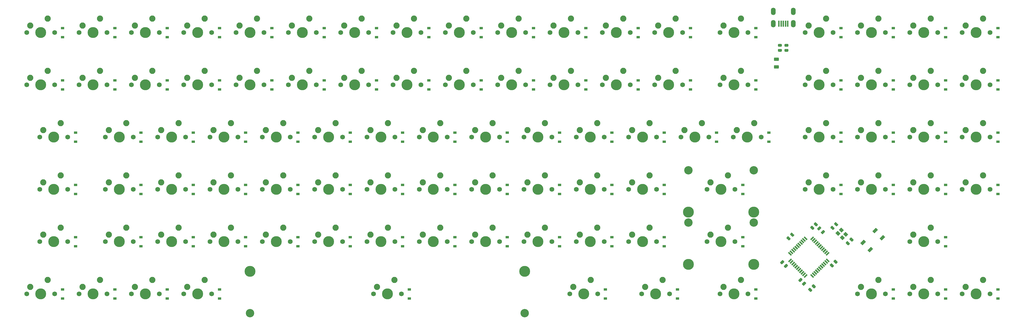
<source format=gbs>
%TF.GenerationSoftware,KiCad,Pcbnew,(5.1.9)-1*%
%TF.CreationDate,2021-04-11T04:13:24-04:00*%
%TF.ProjectId,Progenitor-Tenkey,50726f67-656e-4697-946f-722d54656e6b,rev?*%
%TF.SameCoordinates,Original*%
%TF.FileFunction,Soldermask,Bot*%
%TF.FilePolarity,Negative*%
%FSLAX46Y46*%
G04 Gerber Fmt 4.6, Leading zero omitted, Abs format (unit mm)*
G04 Created by KiCad (PCBNEW (5.1.9)-1) date 2021-04-11 04:13:24*
%MOMM*%
%LPD*%
G01*
G04 APERTURE LIST*
%ADD10C,0.100000*%
%ADD11O,1.700000X2.700000*%
%ADD12R,0.500000X2.250000*%
%ADD13C,2.250000*%
%ADD14C,3.987800*%
%ADD15C,1.750000*%
%ADD16C,3.048000*%
%ADD17R,1.200000X0.900000*%
G04 APERTURE END LIST*
D10*
%TO.C,U1*%
G36*
X362792940Y-322803298D02*
G01*
X363181848Y-323192206D01*
X362121188Y-324252866D01*
X361732280Y-323863958D01*
X362792940Y-322803298D01*
G37*
G36*
X363358626Y-323368983D02*
G01*
X363747534Y-323757891D01*
X362686874Y-324818551D01*
X362297966Y-324429643D01*
X363358626Y-323368983D01*
G37*
G36*
X363924311Y-323934668D02*
G01*
X364313219Y-324323576D01*
X363252559Y-325384236D01*
X362863651Y-324995328D01*
X363924311Y-323934668D01*
G37*
G36*
X364489996Y-324500354D02*
G01*
X364878904Y-324889262D01*
X363818244Y-325949922D01*
X363429336Y-325561014D01*
X364489996Y-324500354D01*
G37*
G36*
X365055682Y-325066039D02*
G01*
X365444590Y-325454947D01*
X364383930Y-326515607D01*
X363995022Y-326126699D01*
X365055682Y-325066039D01*
G37*
G36*
X365621367Y-325631725D02*
G01*
X366010275Y-326020633D01*
X364949615Y-327081293D01*
X364560707Y-326692385D01*
X365621367Y-325631725D01*
G37*
G36*
X366187053Y-326197410D02*
G01*
X366575961Y-326586318D01*
X365515301Y-327646978D01*
X365126393Y-327258070D01*
X366187053Y-326197410D01*
G37*
G36*
X366752738Y-326763096D02*
G01*
X367141646Y-327152004D01*
X366080986Y-328212664D01*
X365692078Y-327823756D01*
X366752738Y-326763096D01*
G37*
G36*
X367318424Y-327328781D02*
G01*
X367707332Y-327717689D01*
X366646672Y-328778349D01*
X366257764Y-328389441D01*
X367318424Y-327328781D01*
G37*
G36*
X367884109Y-327894466D02*
G01*
X368273017Y-328283374D01*
X367212357Y-329344034D01*
X366823449Y-328955126D01*
X367884109Y-327894466D01*
G37*
G36*
X368449794Y-328460152D02*
G01*
X368838702Y-328849060D01*
X367778042Y-329909720D01*
X367389134Y-329520812D01*
X368449794Y-328460152D01*
G37*
G36*
X369793298Y-328849060D02*
G01*
X370182206Y-328460152D01*
X371242866Y-329520812D01*
X370853958Y-329909720D01*
X369793298Y-328849060D01*
G37*
G36*
X370358983Y-328283374D02*
G01*
X370747891Y-327894466D01*
X371808551Y-328955126D01*
X371419643Y-329344034D01*
X370358983Y-328283374D01*
G37*
G36*
X370924668Y-327717689D02*
G01*
X371313576Y-327328781D01*
X372374236Y-328389441D01*
X371985328Y-328778349D01*
X370924668Y-327717689D01*
G37*
G36*
X371490354Y-327152004D02*
G01*
X371879262Y-326763096D01*
X372939922Y-327823756D01*
X372551014Y-328212664D01*
X371490354Y-327152004D01*
G37*
G36*
X372056039Y-326586318D02*
G01*
X372444947Y-326197410D01*
X373505607Y-327258070D01*
X373116699Y-327646978D01*
X372056039Y-326586318D01*
G37*
G36*
X372621725Y-326020633D02*
G01*
X373010633Y-325631725D01*
X374071293Y-326692385D01*
X373682385Y-327081293D01*
X372621725Y-326020633D01*
G37*
G36*
X373187410Y-325454947D02*
G01*
X373576318Y-325066039D01*
X374636978Y-326126699D01*
X374248070Y-326515607D01*
X373187410Y-325454947D01*
G37*
G36*
X373753096Y-324889262D02*
G01*
X374142004Y-324500354D01*
X375202664Y-325561014D01*
X374813756Y-325949922D01*
X373753096Y-324889262D01*
G37*
G36*
X374318781Y-324323576D02*
G01*
X374707689Y-323934668D01*
X375768349Y-324995328D01*
X375379441Y-325384236D01*
X374318781Y-324323576D01*
G37*
G36*
X374884466Y-323757891D02*
G01*
X375273374Y-323368983D01*
X376334034Y-324429643D01*
X375945126Y-324818551D01*
X374884466Y-323757891D01*
G37*
G36*
X375450152Y-323192206D02*
G01*
X375839060Y-322803298D01*
X376899720Y-323863958D01*
X376510812Y-324252866D01*
X375450152Y-323192206D01*
G37*
G36*
X376510812Y-320399134D02*
G01*
X376899720Y-320788042D01*
X375839060Y-321848702D01*
X375450152Y-321459794D01*
X376510812Y-320399134D01*
G37*
G36*
X375945126Y-319833449D02*
G01*
X376334034Y-320222357D01*
X375273374Y-321283017D01*
X374884466Y-320894109D01*
X375945126Y-319833449D01*
G37*
G36*
X375379441Y-319267764D02*
G01*
X375768349Y-319656672D01*
X374707689Y-320717332D01*
X374318781Y-320328424D01*
X375379441Y-319267764D01*
G37*
G36*
X374813756Y-318702078D02*
G01*
X375202664Y-319090986D01*
X374142004Y-320151646D01*
X373753096Y-319762738D01*
X374813756Y-318702078D01*
G37*
G36*
X374248070Y-318136393D02*
G01*
X374636978Y-318525301D01*
X373576318Y-319585961D01*
X373187410Y-319197053D01*
X374248070Y-318136393D01*
G37*
G36*
X373682385Y-317570707D02*
G01*
X374071293Y-317959615D01*
X373010633Y-319020275D01*
X372621725Y-318631367D01*
X373682385Y-317570707D01*
G37*
G36*
X373116699Y-317005022D02*
G01*
X373505607Y-317393930D01*
X372444947Y-318454590D01*
X372056039Y-318065682D01*
X373116699Y-317005022D01*
G37*
G36*
X372551014Y-316439336D02*
G01*
X372939922Y-316828244D01*
X371879262Y-317888904D01*
X371490354Y-317499996D01*
X372551014Y-316439336D01*
G37*
G36*
X371985328Y-315873651D02*
G01*
X372374236Y-316262559D01*
X371313576Y-317323219D01*
X370924668Y-316934311D01*
X371985328Y-315873651D01*
G37*
G36*
X371419643Y-315307966D02*
G01*
X371808551Y-315696874D01*
X370747891Y-316757534D01*
X370358983Y-316368626D01*
X371419643Y-315307966D01*
G37*
G36*
X370853958Y-314742280D02*
G01*
X371242866Y-315131188D01*
X370182206Y-316191848D01*
X369793298Y-315802940D01*
X370853958Y-314742280D01*
G37*
G36*
X367389134Y-315131188D02*
G01*
X367778042Y-314742280D01*
X368838702Y-315802940D01*
X368449794Y-316191848D01*
X367389134Y-315131188D01*
G37*
G36*
X366823449Y-315696874D02*
G01*
X367212357Y-315307966D01*
X368273017Y-316368626D01*
X367884109Y-316757534D01*
X366823449Y-315696874D01*
G37*
G36*
X366257764Y-316262559D02*
G01*
X366646672Y-315873651D01*
X367707332Y-316934311D01*
X367318424Y-317323219D01*
X366257764Y-316262559D01*
G37*
G36*
X365692078Y-316828244D02*
G01*
X366080986Y-316439336D01*
X367141646Y-317499996D01*
X366752738Y-317888904D01*
X365692078Y-316828244D01*
G37*
G36*
X365126393Y-317393930D02*
G01*
X365515301Y-317005022D01*
X366575961Y-318065682D01*
X366187053Y-318454590D01*
X365126393Y-317393930D01*
G37*
G36*
X364560707Y-317959615D02*
G01*
X364949615Y-317570707D01*
X366010275Y-318631367D01*
X365621367Y-319020275D01*
X364560707Y-317959615D01*
G37*
G36*
X363995022Y-318525301D02*
G01*
X364383930Y-318136393D01*
X365444590Y-319197053D01*
X365055682Y-319585961D01*
X363995022Y-318525301D01*
G37*
G36*
X363429336Y-319090986D02*
G01*
X363818244Y-318702078D01*
X364878904Y-319762738D01*
X364489996Y-320151646D01*
X363429336Y-319090986D01*
G37*
G36*
X362863651Y-319656672D02*
G01*
X363252559Y-319267764D01*
X364313219Y-320328424D01*
X363924311Y-320717332D01*
X362863651Y-319656672D01*
G37*
G36*
X362297966Y-320222357D02*
G01*
X362686874Y-319833449D01*
X363747534Y-320894109D01*
X363358626Y-321283017D01*
X362297966Y-320222357D01*
G37*
G36*
X361732280Y-320788042D02*
G01*
X362121188Y-320399134D01*
X363181848Y-321459794D01*
X362792940Y-321848702D01*
X361732280Y-320788042D01*
G37*
%TD*%
D11*
%TO.C,USB1*%
X356395000Y-232791000D03*
X363695000Y-232791000D03*
X363695000Y-237291000D03*
X356395000Y-237291000D03*
D12*
X358445000Y-237291000D03*
X359245000Y-237291000D03*
X360045000Y-237291000D03*
X360845000Y-237291000D03*
X361645000Y-237291000D03*
%TD*%
D13*
%TO.C,MX-RAL1*%
X289877500Y-330676250D03*
D14*
X287337500Y-335756250D03*
D13*
X283527500Y-333216250D03*
D15*
X282257500Y-335756250D03*
X292417500Y-335756250D03*
%TD*%
D13*
%TO.C,MX-RCT1*%
X344646250Y-330676250D03*
D14*
X342106250Y-335756250D03*
D13*
X338296250Y-333216250D03*
D15*
X337026250Y-335756250D03*
X347186250Y-335756250D03*
%TD*%
D13*
%TO.C,MX-F13*%
X177958750Y-292576250D03*
D14*
X175418750Y-297656250D03*
D13*
X171608750Y-295116250D03*
D15*
X170338750Y-297656250D03*
X180498750Y-297656250D03*
%TD*%
D10*
%TO.C,Y1*%
G36*
X383615597Y-314096238D02*
G01*
X382767069Y-314944766D01*
X381777119Y-313954816D01*
X382625647Y-313106288D01*
X383615597Y-314096238D01*
G37*
G36*
X382059962Y-312540603D02*
G01*
X381211434Y-313389131D01*
X380221484Y-312399181D01*
X381070012Y-311550653D01*
X382059962Y-312540603D01*
G37*
G36*
X380857881Y-313742684D02*
G01*
X380009353Y-314591212D01*
X379019403Y-313601262D01*
X379867931Y-312752734D01*
X380857881Y-313742684D01*
G37*
G36*
X382413516Y-315298319D02*
G01*
X381564988Y-316146847D01*
X380575038Y-315156897D01*
X381423566Y-314308369D01*
X382413516Y-315298319D01*
G37*
%TD*%
%TO.C,SW1*%
G36*
X396304666Y-314193812D02*
G01*
X397082484Y-314971630D01*
X395809692Y-316244422D01*
X395031874Y-315466604D01*
X396304666Y-314193812D01*
G37*
G36*
X389304308Y-315961578D02*
G01*
X390082126Y-316739396D01*
X388809334Y-318012188D01*
X388031516Y-317234370D01*
X389304308Y-315961578D01*
G37*
G36*
X393688370Y-311577516D02*
G01*
X394466188Y-312355334D01*
X393193396Y-313628126D01*
X392415578Y-312850308D01*
X393688370Y-311577516D01*
G37*
G36*
X391920604Y-318577874D02*
G01*
X392698422Y-319355692D01*
X391425630Y-320628484D01*
X390647812Y-319850666D01*
X391920604Y-318577874D01*
G37*
%TD*%
%TO.C,R4*%
G36*
G01*
X371060043Y-333664356D02*
X370423644Y-333027957D01*
G75*
G02*
X370423644Y-332674407I176775J176775D01*
G01*
X370794877Y-332303174D01*
G75*
G02*
X371148427Y-332303174I176775J-176775D01*
G01*
X371784826Y-332939573D01*
G75*
G02*
X371784826Y-333293123I-176775J-176775D01*
G01*
X371413593Y-333664356D01*
G75*
G02*
X371060043Y-333664356I-176775J176775D01*
G01*
G37*
G36*
G01*
X369769573Y-334954826D02*
X369133174Y-334318427D01*
G75*
G02*
X369133174Y-333964877I176775J176775D01*
G01*
X369504407Y-333593644D01*
G75*
G02*
X369857957Y-333593644I176775J-176775D01*
G01*
X370494356Y-334230043D01*
G75*
G02*
X370494356Y-334583593I-176775J-176775D01*
G01*
X370123123Y-334954826D01*
G75*
G02*
X369769573Y-334954826I-176775J176775D01*
G01*
G37*
%TD*%
%TO.C,R3*%
G36*
G01*
X370619957Y-310987644D02*
X371256356Y-311624043D01*
G75*
G02*
X371256356Y-311977593I-176775J-176775D01*
G01*
X370885123Y-312348826D01*
G75*
G02*
X370531573Y-312348826I-176775J176775D01*
G01*
X369895174Y-311712427D01*
G75*
G02*
X369895174Y-311358877I176775J176775D01*
G01*
X370266407Y-310987644D01*
G75*
G02*
X370619957Y-310987644I176775J-176775D01*
G01*
G37*
G36*
G01*
X371910427Y-309697174D02*
X372546826Y-310333573D01*
G75*
G02*
X372546826Y-310687123I-176775J-176775D01*
G01*
X372175593Y-311058356D01*
G75*
G02*
X371822043Y-311058356I-176775J176775D01*
G01*
X371185644Y-310421957D01*
G75*
G02*
X371185644Y-310068407I176775J176775D01*
G01*
X371556877Y-309697174D01*
G75*
G02*
X371910427Y-309697174I176775J-176775D01*
G01*
G37*
%TD*%
%TO.C,R2*%
G36*
G01*
X361606252Y-245662500D02*
X360706248Y-245662500D01*
G75*
G02*
X360456250Y-245412502I0J249998D01*
G01*
X360456250Y-244887498D01*
G75*
G02*
X360706248Y-244637500I249998J0D01*
G01*
X361606252Y-244637500D01*
G75*
G02*
X361856250Y-244887498I0J-249998D01*
G01*
X361856250Y-245412502D01*
G75*
G02*
X361606252Y-245662500I-249998J0D01*
G01*
G37*
G36*
G01*
X361606252Y-247487500D02*
X360706248Y-247487500D01*
G75*
G02*
X360456250Y-247237502I0J249998D01*
G01*
X360456250Y-246712498D01*
G75*
G02*
X360706248Y-246462500I249998J0D01*
G01*
X361606252Y-246462500D01*
G75*
G02*
X361856250Y-246712498I0J-249998D01*
G01*
X361856250Y-247237502D01*
G75*
G02*
X361606252Y-247487500I-249998J0D01*
G01*
G37*
%TD*%
%TO.C,R1*%
G36*
G01*
X359225002Y-245662500D02*
X358324998Y-245662500D01*
G75*
G02*
X358075000Y-245412502I0J249998D01*
G01*
X358075000Y-244887498D01*
G75*
G02*
X358324998Y-244637500I249998J0D01*
G01*
X359225002Y-244637500D01*
G75*
G02*
X359475000Y-244887498I0J-249998D01*
G01*
X359475000Y-245412502D01*
G75*
G02*
X359225002Y-245662500I-249998J0D01*
G01*
G37*
G36*
G01*
X359225002Y-247487500D02*
X358324998Y-247487500D01*
G75*
G02*
X358075000Y-247237502I0J249998D01*
G01*
X358075000Y-246712498D01*
G75*
G02*
X358324998Y-246462500I249998J0D01*
G01*
X359225002Y-246462500D01*
G75*
G02*
X359475000Y-246712498I0J-249998D01*
G01*
X359475000Y-247237502D01*
G75*
G02*
X359225002Y-247487500I-249998J0D01*
G01*
G37*
%TD*%
D13*
%TO.C,MX-Z1*%
X120808750Y-311626250D03*
D14*
X118268750Y-316706250D03*
D13*
X114458750Y-314166250D03*
D15*
X113188750Y-316706250D03*
X123348750Y-316706250D03*
%TD*%
D13*
%TO.C,MX-Y1*%
X216058750Y-273526250D03*
D14*
X213518750Y-278606250D03*
D13*
X209708750Y-276066250D03*
D15*
X208438750Y-278606250D03*
X218598750Y-278606250D03*
%TD*%
D13*
%TO.C,MX-X1*%
X139858750Y-311626250D03*
D14*
X137318750Y-316706250D03*
D13*
X133508750Y-314166250D03*
D15*
X132238750Y-316706250D03*
X142398750Y-316706250D03*
%TD*%
D13*
%TO.C,MX-WIN1*%
X130333750Y-330676250D03*
D14*
X127793750Y-335756250D03*
D13*
X123983750Y-333216250D03*
D15*
X122713750Y-335756250D03*
X132873750Y-335756250D03*
%TD*%
D13*
%TO.C,MX-W1*%
X139858750Y-273526250D03*
D14*
X137318750Y-278606250D03*
D13*
X133508750Y-276066250D03*
D15*
X132238750Y-278606250D03*
X142398750Y-278606250D03*
%TD*%
D13*
%TO.C,MX-V1*%
X177958750Y-311626250D03*
D14*
X175418750Y-316706250D03*
D13*
X171608750Y-314166250D03*
D15*
X170338750Y-316706250D03*
X180498750Y-316706250D03*
%TD*%
D13*
%TO.C,MX-UAR1*%
X413702500Y-311626250D03*
D14*
X411162500Y-316706250D03*
D13*
X407352500Y-314166250D03*
D15*
X406082500Y-316706250D03*
X416242500Y-316706250D03*
%TD*%
D13*
%TO.C,MX-U1*%
X235108750Y-273526250D03*
D14*
X232568750Y-278606250D03*
D13*
X228758750Y-276066250D03*
D15*
X227488750Y-278606250D03*
X237648750Y-278606250D03*
%TD*%
D13*
%TO.C,MX-TIL1*%
X92233750Y-254476250D03*
D14*
X89693750Y-259556250D03*
D13*
X85883750Y-257016250D03*
D15*
X84613750Y-259556250D03*
X94773750Y-259556250D03*
%TD*%
D13*
%TO.C,MX-TAB1*%
X96996250Y-273526250D03*
D14*
X94456250Y-278606250D03*
D13*
X90646250Y-276066250D03*
D15*
X89376250Y-278606250D03*
X99536250Y-278606250D03*
%TD*%
D13*
%TO.C,MX-T1*%
X197008750Y-273526250D03*
D14*
X194468750Y-278606250D03*
D13*
X190658750Y-276066250D03*
D15*
X189388750Y-278606250D03*
X199548750Y-278606250D03*
%TD*%
D13*
%TO.C,MX-SPA1*%
X218440000Y-330676250D03*
D14*
X215900000Y-335756250D03*
D13*
X212090000Y-333216250D03*
D15*
X210820000Y-335756250D03*
X220980000Y-335756250D03*
D16*
X165900100Y-342741250D03*
X265899900Y-342741250D03*
D14*
X165900100Y-327501250D03*
X265899900Y-327501250D03*
%TD*%
D13*
%TO.C,MX-S1*%
X139858750Y-292576250D03*
D14*
X137318750Y-297656250D03*
D13*
X133508750Y-295116250D03*
D15*
X132238750Y-297656250D03*
X142398750Y-297656250D03*
%TD*%
D13*
%TO.C,MX-RSH1*%
X339883750Y-311626250D03*
D14*
X337343750Y-316706250D03*
D13*
X333533750Y-314166250D03*
D15*
X332263750Y-316706250D03*
X342423750Y-316706250D03*
D16*
X325437500Y-309721250D03*
X349250000Y-309721250D03*
D14*
X325437500Y-324961250D03*
X349250000Y-324961250D03*
%TD*%
D13*
%TO.C,MX-RBR1*%
X330358750Y-273526250D03*
D14*
X327818750Y-278606250D03*
D13*
X324008750Y-276066250D03*
D15*
X322738750Y-278606250D03*
X332898750Y-278606250D03*
%TD*%
D13*
%TO.C,MX-RAR1*%
X432752500Y-330676250D03*
D14*
X430212500Y-335756250D03*
D13*
X426402500Y-333216250D03*
D15*
X425132500Y-335756250D03*
X435292500Y-335756250D03*
%TD*%
D13*
%TO.C,MX-R1*%
X177958750Y-273526250D03*
D14*
X175418750Y-278606250D03*
D13*
X171608750Y-276066250D03*
D15*
X170338750Y-278606250D03*
X180498750Y-278606250D03*
%TD*%
D13*
%TO.C,MX-QUO1*%
X311308750Y-292576250D03*
D14*
X308768750Y-297656250D03*
D13*
X304958750Y-295116250D03*
D15*
X303688750Y-297656250D03*
X313848750Y-297656250D03*
%TD*%
D13*
%TO.C,MX-QUE1*%
X292258750Y-311626250D03*
D14*
X289718750Y-316706250D03*
D13*
X285908750Y-314166250D03*
D15*
X284638750Y-316706250D03*
X294798750Y-316706250D03*
%TD*%
D13*
%TO.C,MX-Q1*%
X120808750Y-273526250D03*
D14*
X118268750Y-278606250D03*
D13*
X114458750Y-276066250D03*
D15*
X113188750Y-278606250D03*
X123348750Y-278606250D03*
%TD*%
D13*
%TO.C,MX-PRT1*%
X316071250Y-330676250D03*
D14*
X313531250Y-335756250D03*
D13*
X309721250Y-333216250D03*
D15*
X308451250Y-335756250D03*
X318611250Y-335756250D03*
%TD*%
D13*
%TO.C,MX-PLU1*%
X320833750Y-254476250D03*
D14*
X318293750Y-259556250D03*
D13*
X314483750Y-257016250D03*
D15*
X313213750Y-259556250D03*
X323373750Y-259556250D03*
%TD*%
D13*
%TO.C,MX-P1*%
X292258750Y-273526250D03*
D14*
X289718750Y-278606250D03*
D13*
X285908750Y-276066250D03*
D15*
X284638750Y-278606250D03*
X294798750Y-278606250D03*
%TD*%
D13*
%TO.C,MX-O1*%
X273208750Y-273526250D03*
D14*
X270668750Y-278606250D03*
D13*
X266858750Y-276066250D03*
D15*
X265588750Y-278606250D03*
X275748750Y-278606250D03*
%TD*%
D13*
%TO.C,MX-NUM1*%
X375602500Y-292576250D03*
D14*
X373062500Y-297656250D03*
D13*
X369252500Y-295116250D03*
D15*
X367982500Y-297656250D03*
X378142500Y-297656250D03*
%TD*%
D13*
%TO.C,MX-NSL1*%
X432752500Y-235426250D03*
D14*
X430212500Y-240506250D03*
D13*
X426402500Y-237966250D03*
D15*
X425132500Y-240506250D03*
X435292500Y-240506250D03*
%TD*%
D13*
%TO.C,MX-NPL1*%
X432752500Y-292576250D03*
D14*
X430212500Y-297656250D03*
D13*
X426402500Y-295116250D03*
D15*
X425132500Y-297656250D03*
X435292500Y-297656250D03*
%TD*%
D13*
%TO.C,MX-NDE1*%
X413702500Y-292576250D03*
D14*
X411162500Y-297656250D03*
D13*
X407352500Y-295116250D03*
D15*
X406082500Y-297656250D03*
X416242500Y-297656250D03*
%TD*%
D13*
%TO.C,MX-NDA1*%
X432752500Y-273526250D03*
D14*
X430212500Y-278606250D03*
D13*
X426402500Y-276066250D03*
D15*
X425132500Y-278606250D03*
X435292500Y-278606250D03*
%TD*%
D13*
%TO.C,MX-NAS1*%
X432752500Y-254476250D03*
D14*
X430212500Y-259556250D03*
D13*
X426402500Y-257016250D03*
D15*
X425132500Y-259556250D03*
X435292500Y-259556250D03*
%TD*%
D13*
%TO.C,MX-N10*%
X216058750Y-311626250D03*
D14*
X213518750Y-316706250D03*
D13*
X209708750Y-314166250D03*
D15*
X208438750Y-316706250D03*
X218598750Y-316706250D03*
%TD*%
D13*
%TO.C,MX-N9*%
X413702500Y-235426250D03*
D14*
X411162500Y-240506250D03*
D13*
X407352500Y-237966250D03*
D15*
X406082500Y-240506250D03*
X416242500Y-240506250D03*
%TD*%
D13*
%TO.C,MX-N8*%
X394652500Y-235426250D03*
D14*
X392112500Y-240506250D03*
D13*
X388302500Y-237966250D03*
D15*
X387032500Y-240506250D03*
X397192500Y-240506250D03*
%TD*%
D13*
%TO.C,MX-N7*%
X375602500Y-235426250D03*
D14*
X373062500Y-240506250D03*
D13*
X369252500Y-237966250D03*
D15*
X367982500Y-240506250D03*
X378142500Y-240506250D03*
%TD*%
D13*
%TO.C,MX-N6*%
X413702500Y-254476250D03*
D14*
X411162500Y-259556250D03*
D13*
X407352500Y-257016250D03*
D15*
X406082500Y-259556250D03*
X416242500Y-259556250D03*
%TD*%
D13*
%TO.C,MX-N5*%
X394652500Y-254476250D03*
D14*
X392112500Y-259556250D03*
D13*
X388302500Y-257016250D03*
D15*
X387032500Y-259556250D03*
X397192500Y-259556250D03*
%TD*%
D13*
%TO.C,MX-N4*%
X375602500Y-254476250D03*
D14*
X373062500Y-259556250D03*
D13*
X369252500Y-257016250D03*
D15*
X367982500Y-259556250D03*
X378142500Y-259556250D03*
%TD*%
D13*
%TO.C,MX-N3*%
X413702500Y-273526250D03*
D14*
X411162500Y-278606250D03*
D13*
X407352500Y-276066250D03*
D15*
X406082500Y-278606250D03*
X416242500Y-278606250D03*
%TD*%
D13*
%TO.C,MX-N2*%
X394652500Y-273526250D03*
D14*
X392112500Y-278606250D03*
D13*
X388302500Y-276066250D03*
D15*
X387032500Y-278606250D03*
X397192500Y-278606250D03*
%TD*%
D13*
%TO.C,MX-N1*%
X375602500Y-273526250D03*
D14*
X373062500Y-278606250D03*
D13*
X369252500Y-276066250D03*
D15*
X367982500Y-278606250D03*
X378142500Y-278606250D03*
%TD*%
D13*
%TO.C,MX-N0*%
X394652500Y-292576250D03*
D14*
X392112500Y-297656250D03*
D13*
X388302500Y-295116250D03*
D15*
X387032500Y-297656250D03*
X397192500Y-297656250D03*
%TD*%
D13*
%TO.C,MX-M1*%
X235108750Y-311626250D03*
D14*
X232568750Y-316706250D03*
D13*
X228758750Y-314166250D03*
D15*
X227488750Y-316706250D03*
X237648750Y-316706250D03*
%TD*%
D13*
%TO.C,MX-LSH1*%
X96996250Y-311626250D03*
D14*
X94456250Y-316706250D03*
D13*
X90646250Y-314166250D03*
D15*
X89376250Y-316706250D03*
X99536250Y-316706250D03*
%TD*%
D13*
%TO.C,MX-LFN1*%
X111283750Y-330676250D03*
D14*
X108743750Y-335756250D03*
D13*
X104933750Y-333216250D03*
D15*
X103663750Y-335756250D03*
X113823750Y-335756250D03*
%TD*%
D13*
%TO.C,MX-LES1*%
X254158750Y-311626250D03*
D14*
X251618750Y-316706250D03*
D13*
X247808750Y-314166250D03*
D15*
X246538750Y-316706250D03*
X256698750Y-316706250D03*
%TD*%
D13*
%TO.C,MX-LCT1*%
X92233750Y-330676250D03*
D14*
X89693750Y-335756250D03*
D13*
X85883750Y-333216250D03*
D15*
X84613750Y-335756250D03*
X94773750Y-335756250D03*
%TD*%
D13*
%TO.C,MX-LBR1*%
X311308750Y-273526250D03*
D14*
X308768750Y-278606250D03*
D13*
X304958750Y-276066250D03*
D15*
X303688750Y-278606250D03*
X313848750Y-278606250D03*
%TD*%
D13*
%TO.C,MX-LAR1*%
X394652500Y-330676250D03*
D14*
X392112500Y-335756250D03*
D13*
X388302500Y-333216250D03*
D15*
X387032500Y-335756250D03*
X397192500Y-335756250D03*
%TD*%
D13*
%TO.C,MX-LAL1*%
X149383750Y-330676250D03*
D14*
X146843750Y-335756250D03*
D13*
X143033750Y-333216250D03*
D15*
X141763750Y-335756250D03*
X151923750Y-335756250D03*
%TD*%
D13*
%TO.C,MX-L1*%
X273208750Y-292576250D03*
D14*
X270668750Y-297656250D03*
D13*
X266858750Y-295116250D03*
D15*
X265588750Y-297656250D03*
X275748750Y-297656250D03*
%TD*%
D13*
%TO.C,MX-K1*%
X254158750Y-292576250D03*
D14*
X251618750Y-297656250D03*
D13*
X247808750Y-295116250D03*
D15*
X246538750Y-297656250D03*
X256698750Y-297656250D03*
%TD*%
D13*
%TO.C,MX-J1*%
X235108750Y-292576250D03*
D14*
X232568750Y-297656250D03*
D13*
X228758750Y-295116250D03*
D15*
X227488750Y-297656250D03*
X237648750Y-297656250D03*
%TD*%
D13*
%TO.C,MX-I1*%
X254158750Y-273526250D03*
D14*
X251618750Y-278606250D03*
D13*
X247808750Y-276066250D03*
D15*
X246538750Y-278606250D03*
X256698750Y-278606250D03*
%TD*%
D13*
%TO.C,MX-H1*%
X216058750Y-292576250D03*
D14*
X213518750Y-297656250D03*
D13*
X209708750Y-295116250D03*
D15*
X208438750Y-297656250D03*
X218598750Y-297656250D03*
%TD*%
D13*
%TO.C,MX-GRE1*%
X273208750Y-311626250D03*
D14*
X270668750Y-316706250D03*
D13*
X266858750Y-314166250D03*
D15*
X265588750Y-316706250D03*
X275748750Y-316706250D03*
%TD*%
D13*
%TO.C,MX-G1*%
X197008750Y-292576250D03*
D14*
X194468750Y-297656250D03*
D13*
X190658750Y-295116250D03*
D15*
X189388750Y-297656250D03*
X199548750Y-297656250D03*
%TD*%
D13*
%TO.C,MX-FSL1*%
X349408750Y-273526250D03*
D14*
X346868750Y-278606250D03*
D13*
X343058750Y-276066250D03*
D15*
X341788750Y-278606250D03*
X351948750Y-278606250D03*
%TD*%
D13*
%TO.C,MX-F12*%
X320833750Y-235426250D03*
D14*
X318293750Y-240506250D03*
D13*
X314483750Y-237966250D03*
D15*
X313213750Y-240506250D03*
X323373750Y-240506250D03*
%TD*%
D13*
%TO.C,MX-F11*%
X301783750Y-235426250D03*
D14*
X299243750Y-240506250D03*
D13*
X295433750Y-237966250D03*
D15*
X294163750Y-240506250D03*
X304323750Y-240506250D03*
%TD*%
D13*
%TO.C,MX-F10*%
X282733750Y-235426250D03*
D14*
X280193750Y-240506250D03*
D13*
X276383750Y-237966250D03*
D15*
X275113750Y-240506250D03*
X285273750Y-240506250D03*
%TD*%
D13*
%TO.C,MX-F9*%
X263683750Y-235426250D03*
D14*
X261143750Y-240506250D03*
D13*
X257333750Y-237966250D03*
D15*
X256063750Y-240506250D03*
X266223750Y-240506250D03*
%TD*%
D13*
%TO.C,MX-F8*%
X244633750Y-235426250D03*
D14*
X242093750Y-240506250D03*
D13*
X238283750Y-237966250D03*
D15*
X237013750Y-240506250D03*
X247173750Y-240506250D03*
%TD*%
D13*
%TO.C,MX-F7*%
X225583750Y-235426250D03*
D14*
X223043750Y-240506250D03*
D13*
X219233750Y-237966250D03*
D15*
X217963750Y-240506250D03*
X228123750Y-240506250D03*
%TD*%
D13*
%TO.C,MX-F6*%
X206533750Y-235426250D03*
D14*
X203993750Y-240506250D03*
D13*
X200183750Y-237966250D03*
D15*
X198913750Y-240506250D03*
X209073750Y-240506250D03*
%TD*%
D13*
%TO.C,MX-F5*%
X187483750Y-235426250D03*
D14*
X184943750Y-240506250D03*
D13*
X181133750Y-237966250D03*
D15*
X179863750Y-240506250D03*
X190023750Y-240506250D03*
%TD*%
D13*
%TO.C,MX-F4*%
X168433750Y-235426250D03*
D14*
X165893750Y-240506250D03*
D13*
X162083750Y-237966250D03*
D15*
X160813750Y-240506250D03*
X170973750Y-240506250D03*
%TD*%
D13*
%TO.C,MX-F3*%
X149383750Y-235426250D03*
D14*
X146843750Y-240506250D03*
D13*
X143033750Y-237966250D03*
D15*
X141763750Y-240506250D03*
X151923750Y-240506250D03*
%TD*%
D13*
%TO.C,MX-F2*%
X130333750Y-235426250D03*
D14*
X127793750Y-240506250D03*
D13*
X123983750Y-237966250D03*
D15*
X122713750Y-240506250D03*
X132873750Y-240506250D03*
%TD*%
D13*
%TO.C,MX-F1*%
X111283750Y-235426250D03*
D14*
X108743750Y-240506250D03*
D13*
X104933750Y-237966250D03*
D15*
X103663750Y-240506250D03*
X113823750Y-240506250D03*
%TD*%
D13*
%TO.C,MX-ESC1*%
X92233750Y-235426250D03*
D14*
X89693750Y-240506250D03*
D13*
X85883750Y-237966250D03*
D15*
X84613750Y-240506250D03*
X94773750Y-240506250D03*
%TD*%
D13*
%TO.C,MX-ENT1*%
X339883750Y-292576250D03*
D14*
X337343750Y-297656250D03*
D13*
X333533750Y-295116250D03*
D15*
X332263750Y-297656250D03*
X342423750Y-297656250D03*
D16*
X325437500Y-290671250D03*
X349250000Y-290671250D03*
D14*
X325437500Y-305911250D03*
X349250000Y-305911250D03*
%TD*%
D13*
%TO.C,MX-E1*%
X158908750Y-273526250D03*
D14*
X156368750Y-278606250D03*
D13*
X152558750Y-276066250D03*
D15*
X151288750Y-278606250D03*
X161448750Y-278606250D03*
%TD*%
D13*
%TO.C,MX-DEL1*%
X344646250Y-235426250D03*
D14*
X342106250Y-240506250D03*
D13*
X338296250Y-237966250D03*
D15*
X337026250Y-240506250D03*
X347186250Y-240506250D03*
%TD*%
D13*
%TO.C,MX-DAS1*%
X301783750Y-254476250D03*
D14*
X299243750Y-259556250D03*
D13*
X295433750Y-257016250D03*
D15*
X294163750Y-259556250D03*
X304323750Y-259556250D03*
%TD*%
D13*
%TO.C,MX-DAR1*%
X413702500Y-330676250D03*
D14*
X411162500Y-335756250D03*
D13*
X407352500Y-333216250D03*
D15*
X406082500Y-335756250D03*
X416242500Y-335756250D03*
%TD*%
D13*
%TO.C,MX-D1*%
X158908750Y-292576250D03*
D14*
X156368750Y-297656250D03*
D13*
X152558750Y-295116250D03*
D15*
X151288750Y-297656250D03*
X161448750Y-297656250D03*
%TD*%
D13*
%TO.C,MX-CUR1*%
X311308750Y-311626250D03*
D14*
X308768750Y-316706250D03*
D13*
X304958750Y-314166250D03*
D15*
X303688750Y-316706250D03*
X313848750Y-316706250D03*
%TD*%
D13*
%TO.C,MX-COL1*%
X292258750Y-292576250D03*
D14*
X289718750Y-297656250D03*
D13*
X285908750Y-295116250D03*
D15*
X284638750Y-297656250D03*
X294798750Y-297656250D03*
%TD*%
D13*
%TO.C,MX-CAP1*%
X96996250Y-292576250D03*
D14*
X94456250Y-297656250D03*
D13*
X90646250Y-295116250D03*
D15*
X89376250Y-297656250D03*
X99536250Y-297656250D03*
%TD*%
D13*
%TO.C,MX-C1*%
X158908750Y-311626250D03*
D14*
X156368750Y-316706250D03*
D13*
X152558750Y-314166250D03*
D15*
X151288750Y-316706250D03*
X161448750Y-316706250D03*
%TD*%
D13*
%TO.C,MX-BAC1*%
X344646250Y-254476250D03*
D14*
X342106250Y-259556250D03*
D13*
X338296250Y-257016250D03*
D15*
X337026250Y-259556250D03*
X347186250Y-259556250D03*
%TD*%
D13*
%TO.C,MX-B1*%
X197008750Y-311626250D03*
D14*
X194468750Y-316706250D03*
D13*
X190658750Y-314166250D03*
D15*
X189388750Y-316706250D03*
X199548750Y-316706250D03*
%TD*%
D13*
%TO.C,MX-A1*%
X120808750Y-292576250D03*
D14*
X118268750Y-297656250D03*
D13*
X114458750Y-295116250D03*
D15*
X113188750Y-297656250D03*
X123348750Y-297656250D03*
%TD*%
D13*
%TO.C,MX-9*%
X263683750Y-254476250D03*
D14*
X261143750Y-259556250D03*
D13*
X257333750Y-257016250D03*
D15*
X256063750Y-259556250D03*
X266223750Y-259556250D03*
%TD*%
D13*
%TO.C,MX-8*%
X244633750Y-254476250D03*
D14*
X242093750Y-259556250D03*
D13*
X238283750Y-257016250D03*
D15*
X237013750Y-259556250D03*
X247173750Y-259556250D03*
%TD*%
D13*
%TO.C,MX-7*%
X225583750Y-254476250D03*
D14*
X223043750Y-259556250D03*
D13*
X219233750Y-257016250D03*
D15*
X217963750Y-259556250D03*
X228123750Y-259556250D03*
%TD*%
D13*
%TO.C,MX-6*%
X206533750Y-254476250D03*
D14*
X203993750Y-259556250D03*
D13*
X200183750Y-257016250D03*
D15*
X198913750Y-259556250D03*
X209073750Y-259556250D03*
%TD*%
D13*
%TO.C,MX-5*%
X187483750Y-254476250D03*
D14*
X184943750Y-259556250D03*
D13*
X181133750Y-257016250D03*
D15*
X179863750Y-259556250D03*
X190023750Y-259556250D03*
%TD*%
D13*
%TO.C,MX-4*%
X168433750Y-254476250D03*
D14*
X165893750Y-259556250D03*
D13*
X162083750Y-257016250D03*
D15*
X160813750Y-259556250D03*
X170973750Y-259556250D03*
%TD*%
D13*
%TO.C,MX-3*%
X149383750Y-254476250D03*
D14*
X146843750Y-259556250D03*
D13*
X143033750Y-257016250D03*
D15*
X141763750Y-259556250D03*
X151923750Y-259556250D03*
%TD*%
D13*
%TO.C,MX-2*%
X130333750Y-254476250D03*
D14*
X127793750Y-259556250D03*
D13*
X123983750Y-257016250D03*
D15*
X122713750Y-259556250D03*
X132873750Y-259556250D03*
%TD*%
D13*
%TO.C,MX-1*%
X111283750Y-254476250D03*
D14*
X108743750Y-259556250D03*
D13*
X104933750Y-257016250D03*
D15*
X103663750Y-259556250D03*
X113823750Y-259556250D03*
%TD*%
D13*
%TO.C,MX-0*%
X282733750Y-254476250D03*
D14*
X280193750Y-259556250D03*
D13*
X276383750Y-257016250D03*
D15*
X275113750Y-259556250D03*
X285273750Y-259556250D03*
%TD*%
%TO.C,F1*%
G36*
G01*
X358130000Y-250843750D02*
X356880000Y-250843750D01*
G75*
G02*
X356630000Y-250593750I0J250000D01*
G01*
X356630000Y-249843750D01*
G75*
G02*
X356880000Y-249593750I250000J0D01*
G01*
X358130000Y-249593750D01*
G75*
G02*
X358380000Y-249843750I0J-250000D01*
G01*
X358380000Y-250593750D01*
G75*
G02*
X358130000Y-250843750I-250000J0D01*
G01*
G37*
G36*
G01*
X358130000Y-253643750D02*
X356880000Y-253643750D01*
G75*
G02*
X356630000Y-253393750I0J250000D01*
G01*
X356630000Y-252643750D01*
G75*
G02*
X356880000Y-252393750I250000J0D01*
G01*
X358130000Y-252393750D01*
G75*
G02*
X358380000Y-252643750I0J-250000D01*
G01*
X358380000Y-253393750D01*
G75*
G02*
X358130000Y-253643750I-250000J0D01*
G01*
G37*
%TD*%
D17*
%TO.C,D96*%
X438150000Y-334106250D03*
X438150000Y-337406250D03*
%TD*%
%TO.C,D95*%
X438150000Y-296006250D03*
X438150000Y-299306250D03*
%TD*%
%TO.C,D94*%
X438150000Y-276956250D03*
X438150000Y-280256250D03*
%TD*%
%TO.C,D93*%
X438150000Y-257906250D03*
X438150000Y-261206250D03*
%TD*%
%TO.C,D92*%
X438150000Y-238856250D03*
X438150000Y-242156250D03*
%TD*%
%TO.C,D91*%
X419100000Y-334106250D03*
X419100000Y-337406250D03*
%TD*%
%TO.C,D90*%
X419100000Y-315056250D03*
X419100000Y-318356250D03*
%TD*%
%TO.C,D89*%
X419100000Y-296006250D03*
X419100000Y-299306250D03*
%TD*%
%TO.C,D88*%
X419100000Y-276956250D03*
X419100000Y-280256250D03*
%TD*%
%TO.C,D87*%
X419100000Y-257906250D03*
X419100000Y-261206250D03*
%TD*%
%TO.C,D86*%
X419100000Y-238856250D03*
X419100000Y-242156250D03*
%TD*%
%TO.C,D85*%
X400050000Y-334106250D03*
X400050000Y-337406250D03*
%TD*%
%TO.C,D84*%
X400050000Y-296006250D03*
X400050000Y-299306250D03*
%TD*%
%TO.C,D83*%
X400050000Y-276956250D03*
X400050000Y-280256250D03*
%TD*%
%TO.C,D82*%
X400050000Y-257906250D03*
X400050000Y-261206250D03*
%TD*%
%TO.C,D81*%
X400050000Y-238856250D03*
X400050000Y-242156250D03*
%TD*%
%TO.C,D80*%
X381000000Y-296006250D03*
X381000000Y-299306250D03*
%TD*%
%TO.C,D79*%
X381000000Y-276956250D03*
X381000000Y-280256250D03*
%TD*%
%TO.C,D78*%
X381000000Y-257906250D03*
X381000000Y-261206250D03*
%TD*%
%TO.C,D77*%
X381000000Y-238856250D03*
X381000000Y-242156250D03*
%TD*%
%TO.C,D76*%
X350043750Y-334106250D03*
X350043750Y-337406250D03*
%TD*%
%TO.C,D75*%
X345281250Y-315056250D03*
X345281250Y-318356250D03*
%TD*%
%TO.C,D74*%
X345281250Y-296006250D03*
X345281250Y-299306250D03*
%TD*%
%TO.C,D73*%
X354806250Y-276956250D03*
X354806250Y-280256250D03*
%TD*%
%TO.C,D72*%
X350043750Y-257906250D03*
X350043750Y-261206250D03*
%TD*%
%TO.C,D71*%
X350043750Y-238856250D03*
X350043750Y-242156250D03*
%TD*%
%TO.C,D70*%
X316706250Y-315056250D03*
X316706250Y-318356250D03*
%TD*%
%TO.C,D69*%
X297656250Y-315056250D03*
X297656250Y-318356250D03*
%TD*%
%TO.C,D68*%
X316706250Y-296006250D03*
X316706250Y-299306250D03*
%TD*%
%TO.C,D67*%
X335756250Y-276956250D03*
X335756250Y-280256250D03*
%TD*%
%TO.C,D66*%
X326231250Y-257906250D03*
X326231250Y-261206250D03*
%TD*%
%TO.C,D65*%
X326231250Y-238856250D03*
X326231250Y-242156250D03*
%TD*%
%TO.C,D64*%
X321468750Y-334106250D03*
X321468750Y-337406250D03*
%TD*%
%TO.C,D63*%
X278606250Y-315056250D03*
X278606250Y-318356250D03*
%TD*%
%TO.C,D62*%
X297656250Y-296006250D03*
X297656250Y-299306250D03*
%TD*%
%TO.C,D61*%
X316706250Y-276956250D03*
X316706250Y-280256250D03*
%TD*%
%TO.C,D60*%
X307181250Y-257906250D03*
X307181250Y-261206250D03*
%TD*%
%TO.C,D59*%
X307181250Y-238856250D03*
X307181250Y-242156250D03*
%TD*%
%TO.C,D58*%
X295275000Y-334106250D03*
X295275000Y-337406250D03*
%TD*%
%TO.C,D57*%
X259556250Y-315056250D03*
X259556250Y-318356250D03*
%TD*%
%TO.C,D56*%
X278606250Y-296006250D03*
X278606250Y-299306250D03*
%TD*%
%TO.C,D55*%
X297656250Y-276956250D03*
X297656250Y-280256250D03*
%TD*%
%TO.C,D54*%
X288131250Y-257906250D03*
X288131250Y-261206250D03*
%TD*%
%TO.C,D53*%
X288131250Y-238856250D03*
X288131250Y-242156250D03*
%TD*%
%TO.C,D52*%
X240506250Y-315056250D03*
X240506250Y-318356250D03*
%TD*%
%TO.C,D51*%
X259556250Y-296006250D03*
X259556250Y-299306250D03*
%TD*%
%TO.C,D50*%
X278606250Y-276956250D03*
X278606250Y-280256250D03*
%TD*%
%TO.C,D49*%
X269081250Y-257906250D03*
X269081250Y-261206250D03*
%TD*%
%TO.C,D48*%
X269081250Y-238856250D03*
X269081250Y-242156250D03*
%TD*%
%TO.C,D47*%
X221456250Y-315056250D03*
X221456250Y-318356250D03*
%TD*%
%TO.C,D46*%
X240506250Y-296006250D03*
X240506250Y-299306250D03*
%TD*%
%TO.C,D45*%
X259556250Y-276956250D03*
X259556250Y-280256250D03*
%TD*%
%TO.C,D44*%
X250031250Y-257906250D03*
X250031250Y-261206250D03*
%TD*%
%TO.C,D43*%
X250031250Y-238856250D03*
X250031250Y-242156250D03*
%TD*%
%TO.C,D42*%
X223837500Y-334106250D03*
X223837500Y-337406250D03*
%TD*%
%TO.C,D41*%
X202406250Y-315056250D03*
X202406250Y-318356250D03*
%TD*%
%TO.C,D40*%
X221456250Y-296006250D03*
X221456250Y-299306250D03*
%TD*%
%TO.C,D39*%
X240506250Y-276956250D03*
X240506250Y-280256250D03*
%TD*%
%TO.C,D38*%
X230981250Y-257906250D03*
X230981250Y-261206250D03*
%TD*%
%TO.C,D37*%
X230981250Y-238856250D03*
X230981250Y-242156250D03*
%TD*%
%TO.C,D36*%
X183356250Y-315056250D03*
X183356250Y-318356250D03*
%TD*%
%TO.C,D35*%
X202406250Y-296006250D03*
X202406250Y-299306250D03*
%TD*%
%TO.C,D34*%
X221456250Y-276956250D03*
X221456250Y-280256250D03*
%TD*%
%TO.C,D33*%
X211931250Y-257906250D03*
X211931250Y-261206250D03*
%TD*%
%TO.C,D32*%
X211931250Y-238856250D03*
X211931250Y-242156250D03*
%TD*%
%TO.C,D31*%
X164306250Y-315056250D03*
X164306250Y-318356250D03*
%TD*%
%TO.C,D30*%
X183356250Y-296006250D03*
X183356250Y-299306250D03*
%TD*%
%TO.C,D29*%
X202406250Y-276956250D03*
X202406250Y-280256250D03*
%TD*%
%TO.C,D28*%
X192881250Y-257906250D03*
X192881250Y-261206250D03*
%TD*%
%TO.C,D27*%
X192881250Y-238856250D03*
X192881250Y-242156250D03*
%TD*%
%TO.C,D26*%
X145256250Y-315056250D03*
X145256250Y-318356250D03*
%TD*%
%TO.C,D25*%
X164306250Y-296006250D03*
X164306250Y-299306250D03*
%TD*%
%TO.C,D24*%
X183356250Y-276956250D03*
X183356250Y-280256250D03*
%TD*%
%TO.C,D23*%
X173831250Y-257906250D03*
X173831250Y-261206250D03*
%TD*%
%TO.C,D22*%
X173831250Y-238856250D03*
X173831250Y-242156250D03*
%TD*%
%TO.C,D21*%
X154781250Y-334106250D03*
X154781250Y-337406250D03*
%TD*%
%TO.C,D20*%
X126206250Y-315056250D03*
X126206250Y-318356250D03*
%TD*%
%TO.C,D19*%
X145256250Y-296006250D03*
X145256250Y-299306250D03*
%TD*%
%TO.C,D18*%
X164306250Y-276956250D03*
X164306250Y-280256250D03*
%TD*%
%TO.C,D17*%
X154781250Y-257906250D03*
X154781250Y-261206250D03*
%TD*%
%TO.C,D16*%
X154781250Y-238856250D03*
X154781250Y-242156250D03*
%TD*%
%TO.C,D15*%
X135731250Y-334106250D03*
X135731250Y-337406250D03*
%TD*%
%TO.C,D14*%
X126206250Y-296006250D03*
X126206250Y-299306250D03*
%TD*%
%TO.C,D13*%
X145256250Y-276956250D03*
X145256250Y-280256250D03*
%TD*%
%TO.C,D12*%
X135731250Y-257906250D03*
X135731250Y-261206250D03*
%TD*%
%TO.C,D11*%
X135731250Y-238856250D03*
X135731250Y-242156250D03*
%TD*%
%TO.C,D10*%
X116681250Y-334106250D03*
X116681250Y-337406250D03*
%TD*%
%TO.C,D9*%
X126206250Y-276956250D03*
X126206250Y-280256250D03*
%TD*%
%TO.C,D8*%
X116681250Y-257906250D03*
X116681250Y-261206250D03*
%TD*%
%TO.C,D7*%
X116681250Y-238856250D03*
X116681250Y-242156250D03*
%TD*%
%TO.C,D6*%
X97631250Y-334106250D03*
X97631250Y-337406250D03*
%TD*%
%TO.C,D5*%
X102393750Y-315056250D03*
X102393750Y-318356250D03*
%TD*%
%TO.C,D4*%
X102393750Y-296006250D03*
X102393750Y-299306250D03*
%TD*%
%TO.C,D3*%
X102393750Y-276956250D03*
X102393750Y-280256250D03*
%TD*%
%TO.C,D2*%
X97631250Y-257906250D03*
X97631250Y-261206250D03*
%TD*%
%TO.C,D1*%
X97631250Y-238856250D03*
X97631250Y-242156250D03*
%TD*%
%TO.C,C7*%
G36*
G01*
X360281322Y-325520073D02*
X360953073Y-324848322D01*
G75*
G02*
X361306627Y-324848322I176777J-176777D01*
G01*
X361660180Y-325201875D01*
G75*
G02*
X361660180Y-325555429I-176777J-176777D01*
G01*
X360988429Y-326227180D01*
G75*
G02*
X360634875Y-326227180I-176777J176777D01*
G01*
X360281322Y-325873627D01*
G75*
G02*
X360281322Y-325520073I176777J176777D01*
G01*
G37*
G36*
G01*
X358937820Y-324176571D02*
X359609571Y-323504820D01*
G75*
G02*
X359963125Y-323504820I176777J-176777D01*
G01*
X360316678Y-323858373D01*
G75*
G02*
X360316678Y-324211927I-176777J-176777D01*
G01*
X359644927Y-324883678D01*
G75*
G02*
X359291373Y-324883678I-176777J176777D01*
G01*
X358937820Y-324530125D01*
G75*
G02*
X358937820Y-324176571I176777J176777D01*
G01*
G37*
%TD*%
%TO.C,C6*%
G36*
G01*
X361930927Y-314815322D02*
X362602678Y-315487073D01*
G75*
G02*
X362602678Y-315840627I-176777J-176777D01*
G01*
X362249125Y-316194180D01*
G75*
G02*
X361895571Y-316194180I-176777J176777D01*
G01*
X361223820Y-315522429D01*
G75*
G02*
X361223820Y-315168875I176777J176777D01*
G01*
X361577373Y-314815322D01*
G75*
G02*
X361930927Y-314815322I176777J-176777D01*
G01*
G37*
G36*
G01*
X363274429Y-313471820D02*
X363946180Y-314143571D01*
G75*
G02*
X363946180Y-314497125I-176777J-176777D01*
G01*
X363592627Y-314850678D01*
G75*
G02*
X363239073Y-314850678I-176777J176777D01*
G01*
X362567322Y-314178927D01*
G75*
G02*
X362567322Y-313825373I176777J176777D01*
G01*
X362920875Y-313471820D01*
G75*
G02*
X363274429Y-313471820I176777J-176777D01*
G01*
G37*
%TD*%
%TO.C,C5*%
G36*
G01*
X366920678Y-330688927D02*
X366248927Y-331360678D01*
G75*
G02*
X365895373Y-331360678I-176777J176777D01*
G01*
X365541820Y-331007125D01*
G75*
G02*
X365541820Y-330653571I176777J176777D01*
G01*
X366213571Y-329981820D01*
G75*
G02*
X366567125Y-329981820I176777J-176777D01*
G01*
X366920678Y-330335373D01*
G75*
G02*
X366920678Y-330688927I-176777J-176777D01*
G01*
G37*
G36*
G01*
X368264180Y-332032429D02*
X367592429Y-332704180D01*
G75*
G02*
X367238875Y-332704180I-176777J176777D01*
G01*
X366885322Y-332350627D01*
G75*
G02*
X366885322Y-331997073I176777J176777D01*
G01*
X367557073Y-331325322D01*
G75*
G02*
X367910627Y-331325322I176777J-176777D01*
G01*
X368264180Y-331678875D01*
G75*
G02*
X368264180Y-332032429I-176777J-176777D01*
G01*
G37*
%TD*%
%TO.C,C4*%
G36*
G01*
X379023824Y-324719927D02*
X378352073Y-324048176D01*
G75*
G02*
X378352073Y-323694622I176777J176777D01*
G01*
X378705626Y-323341069D01*
G75*
G02*
X379059180Y-323341069I176777J-176777D01*
G01*
X379730931Y-324012820D01*
G75*
G02*
X379730931Y-324366374I-176777J-176777D01*
G01*
X379377378Y-324719927D01*
G75*
G02*
X379023824Y-324719927I-176777J176777D01*
G01*
G37*
G36*
G01*
X377680322Y-326063429D02*
X377008571Y-325391678D01*
G75*
G02*
X377008571Y-325038124I176777J176777D01*
G01*
X377362124Y-324684571D01*
G75*
G02*
X377715678Y-324684571I176777J-176777D01*
G01*
X378387429Y-325356322D01*
G75*
G02*
X378387429Y-325709876I-176777J-176777D01*
G01*
X378033876Y-326063429D01*
G75*
G02*
X377680322Y-326063429I-176777J176777D01*
G01*
G37*
%TD*%
%TO.C,C3*%
G36*
G01*
X377932927Y-311005322D02*
X378604678Y-311677073D01*
G75*
G02*
X378604678Y-312030627I-176777J-176777D01*
G01*
X378251125Y-312384180D01*
G75*
G02*
X377897571Y-312384180I-176777J176777D01*
G01*
X377225820Y-311712429D01*
G75*
G02*
X377225820Y-311358875I176777J176777D01*
G01*
X377579373Y-311005322D01*
G75*
G02*
X377932927Y-311005322I176777J-176777D01*
G01*
G37*
G36*
G01*
X379276429Y-309661820D02*
X379948180Y-310333571D01*
G75*
G02*
X379948180Y-310687125I-176777J-176777D01*
G01*
X379594627Y-311040678D01*
G75*
G02*
X379241073Y-311040678I-176777J176777D01*
G01*
X378569322Y-310368927D01*
G75*
G02*
X378569322Y-310015373I176777J176777D01*
G01*
X378922875Y-309661820D01*
G75*
G02*
X379276429Y-309661820I176777J-176777D01*
G01*
G37*
%TD*%
%TO.C,C2*%
G36*
G01*
X384829073Y-316628678D02*
X384157322Y-315956927D01*
G75*
G02*
X384157322Y-315603373I176777J176777D01*
G01*
X384510875Y-315249820D01*
G75*
G02*
X384864429Y-315249820I176777J-176777D01*
G01*
X385536180Y-315921571D01*
G75*
G02*
X385536180Y-316275125I-176777J-176777D01*
G01*
X385182627Y-316628678D01*
G75*
G02*
X384829073Y-316628678I-176777J176777D01*
G01*
G37*
G36*
G01*
X383485571Y-317972180D02*
X382813820Y-317300429D01*
G75*
G02*
X382813820Y-316946875I176777J176777D01*
G01*
X383167373Y-316593322D01*
G75*
G02*
X383520927Y-316593322I176777J-176777D01*
G01*
X384192678Y-317265073D01*
G75*
G02*
X384192678Y-317618627I-176777J-176777D01*
G01*
X383839125Y-317972180D01*
G75*
G02*
X383485571Y-317972180I-176777J176777D01*
G01*
G37*
%TD*%
%TO.C,C1*%
G36*
G01*
X373743322Y-313201073D02*
X374415073Y-312529322D01*
G75*
G02*
X374768627Y-312529322I176777J-176777D01*
G01*
X375122180Y-312882875D01*
G75*
G02*
X375122180Y-313236429I-176777J-176777D01*
G01*
X374450429Y-313908180D01*
G75*
G02*
X374096875Y-313908180I-176777J176777D01*
G01*
X373743322Y-313554627D01*
G75*
G02*
X373743322Y-313201073I176777J176777D01*
G01*
G37*
G36*
G01*
X372399820Y-311857571D02*
X373071571Y-311185820D01*
G75*
G02*
X373425125Y-311185820I176777J-176777D01*
G01*
X373778678Y-311539373D01*
G75*
G02*
X373778678Y-311892927I-176777J-176777D01*
G01*
X373106927Y-312564678D01*
G75*
G02*
X372753373Y-312564678I-176777J176777D01*
G01*
X372399820Y-312211125D01*
G75*
G02*
X372399820Y-311857571I176777J176777D01*
G01*
G37*
%TD*%
M02*

</source>
